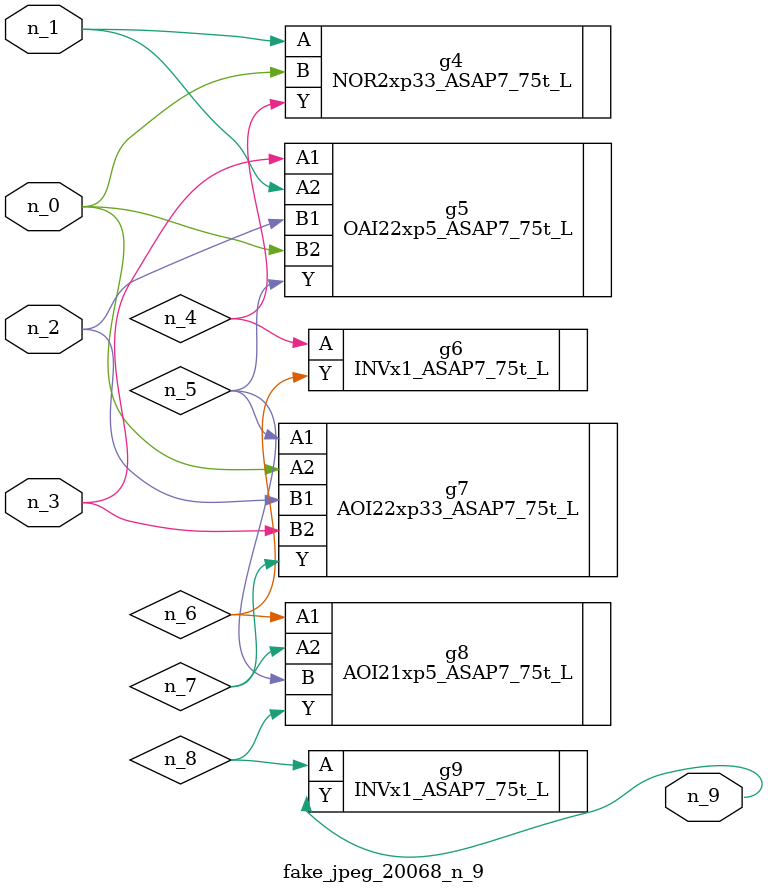
<source format=v>
module fake_jpeg_20068_n_9 (n_0, n_3, n_2, n_1, n_9);

input n_0;
input n_3;
input n_2;
input n_1;

output n_9;

wire n_4;
wire n_8;
wire n_6;
wire n_5;
wire n_7;

NOR2xp33_ASAP7_75t_L g4 ( 
.A(n_1),
.B(n_0),
.Y(n_4)
);

OAI22xp5_ASAP7_75t_L g5 ( 
.A1(n_3),
.A2(n_1),
.B1(n_2),
.B2(n_0),
.Y(n_5)
);

INVx1_ASAP7_75t_L g6 ( 
.A(n_4),
.Y(n_6)
);

AOI21xp5_ASAP7_75t_L g8 ( 
.A1(n_6),
.A2(n_7),
.B(n_5),
.Y(n_8)
);

AOI22xp33_ASAP7_75t_L g7 ( 
.A1(n_5),
.A2(n_0),
.B1(n_2),
.B2(n_3),
.Y(n_7)
);

INVx1_ASAP7_75t_L g9 ( 
.A(n_8),
.Y(n_9)
);


endmodule
</source>
